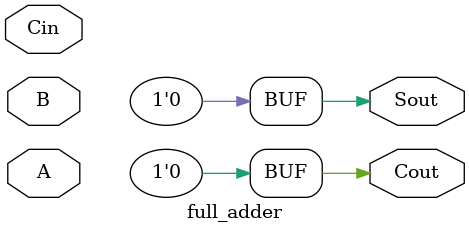
<source format=sv>
/*----------------------------------------------------------------------
MODULE full_adder

= Purpose =
A full adder model in Verilog

= Description =
In this exercise, you will practice using the continuous assignments
in Verilog.
----------------------------------------------------------------------*/

module full_adder (
    output Sout, Cout,
    input A, B, Cin
);

assign Sout = 0;    // ADD YOUR EXPRESSION FOR SUM OUTPUT
assign Cout = 0;    // ADD YOUR EXPRESSION FOR CARRY OUTPUT

endmodule


</source>
